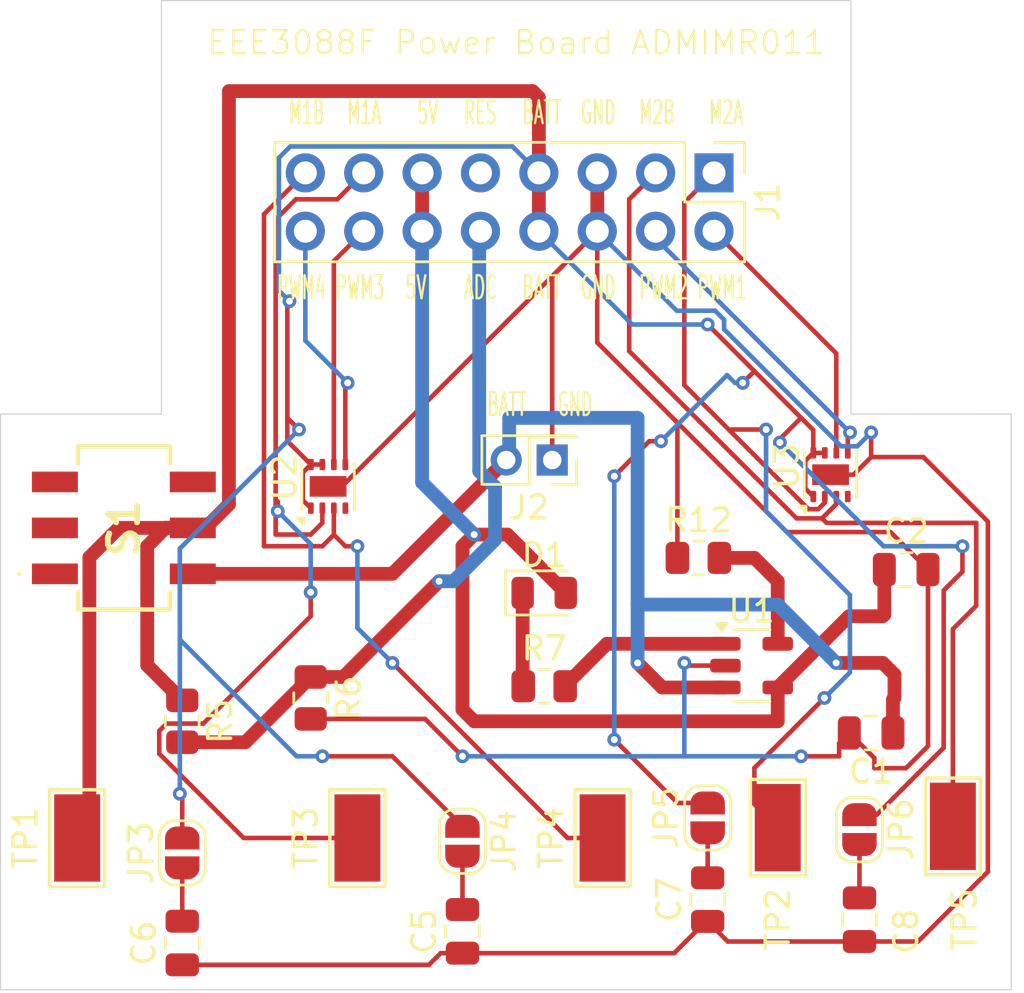
<source format=kicad_pcb>
(kicad_pcb (version 20240108) (generator "pcbnew") (generator_version "8.0")
  (layers (0 "F.Cu" signal) (31 "B.Cu" signal) (34 "B.Paste" user) (35 "F.Paste" user) (36 "B.SilkS" user "B.Silkscreen") (37 "F.SilkS" user "F.Silkscreen") (38 "B.Mask" user) (39 "F.Mask" user) (44 "Edge.Cuts" user))
  (net 0 "")
  (net 1 "BATT")
  (net 2 "Motor1_A")
  (net 3 "Motor1_B")
  (net 4 "Motor2_A")
  (net 5 "Motor2_B")
  (net 6 "+5V")
  (net 7 "GND")
  (net 8 "PWM1")
  (net 9 "RESV")
  (net 10 "BATT_ADC")
  (net 11 "PWM3")
  (net 12 "PWM2")
  (net 13 "PWM4")
  (net 14 "Net-(D1-K)")
  (net 15 "Net-(U1-STAT)")
  (net 16 "Net-(U1-PROG)")
  (net 21 "Net-(JP4-B)")
  (net 22 "Net-(JP3-A)")
  (net 23 "Net-(JP5-A)")
  (net 24 "Net-(JP6-B)")
  (net 25 "Charge")
  (footprint "KiCad:MS22D28G020" (layer "F.Cu") (at 118.364 46.954 90)
    (property "Reference" "S1" (at 0 0 270) (layer "F.SilkS") (effects (font (size 1.27 1.27) (thickness 0.254))))
    (property "Value" "MS-22D28-G020" (hide yes))
    (pad "" np_thru_hole circle (at -2.25 0 90) (size 0.9 0.9) (drill 0.9) (layers "*.Cu" "*.Mask"))
    (pad "" np_thru_hole circle (at 2.25 0 90) (size 0.9 0.9) (drill 0.9) (layers "*.Cu" "*.Mask"))
    (pad "1" smd rect (at -2 -3 90) (size 0.9 2) (layers "F.Cu" "F.Paste" "F.Mask"))
    (pad "2" smd rect (at 0 -3 90) (size 0.9 2) (layers "F.Cu" "F.Paste" "F.Mask"))
    (pad "3" smd rect (at 2 -3 90) (size 0.9 2) (layers "F.Cu" "F.Paste" "F.Mask"))
    (pad "4" smd rect (at -2 3 90) (size 0.9 2) (layers "F.Cu" "F.Paste" "F.Mask") (net 25 "Charge"))
    (pad "5" smd rect (at 0 3 90) (size 0.9 2) (layers "F.Cu" "F.Paste" "F.Mask") (net 1 "BATT"))
    (pad "6" smd rect (at 2 3 90) (size 0.9 2) (layers "F.Cu" "F.Paste" "F.Mask"))
  )
  (footprint "Jumper:SolderJumper-2_P1.3mm_Open_RoundedPad1.0x1.5mm" (layer "F.Cu") (at 143.764 59.578 90)
    (property "Reference" "JP5" (at 0 -1.8 270) (layer "F.SilkS"))
    (property "Value" "Jumper_2_Open")
    (pad "1" smd custom (at -0.65 0 90) (size 1 0.5) (layers "F.Cu" "F.Mask") (net 23 "Net-(JP5-A)") (options (clearance outline) (anchor rect)) (primitives (gr_circle (center 0 0.25) (end 0.5 0.25) (width 0) (fill yes)) (gr_circle (center 0 -0.25) (end 0.5 -0.25) (width 0) (fill yes)) (gr_poly (pts (xy 0.5 0.75) (xy 0 0.75) (xy 0 -0.75) (xy 0.5 -0.75)) (width 0) (fill yes))))
    (pad "2" smd custom (at 0.65 0 90) (size 1 0.5) (layers "F.Cu" "F.Mask") (net 1 "BATT") (options (clearance outline) (anchor rect)) (primitives (gr_circle (center 0 0.25) (end 0.5 0.25) (width 0) (fill yes)) (gr_circle (center 0 -0.25) (end 0.5 -0.25) (width 0) (fill yes)) (gr_poly (pts (xy 0 0.75) (xy -0.5 0.75) (xy -0.5 -0.75) (xy 0 -0.75)) (width 0) (fill yes))))
  )
  (footprint "Resistor_SMD:R_0805_2012Metric" (layer "F.Cu") (at 143.3595 48.26)
    (property "Reference" "R12" (at 0 -1.65 360) (layer "F.SilkS"))
    (property "Value" "2k")
    (pad "1" smd roundrect (at -0.9125 0) (size 1.025 1.4) (layers "F.Cu" "F.Paste" "F.Mask") (roundrect_rratio 0.243902) (net 7 "GND"))
    (pad "2" smd roundrect (at 0.9125 0) (size 1.025 1.4) (layers "F.Cu" "F.Paste" "F.Mask") (roundrect_rratio 0.243902) (net 16 "Net-(U1-PROG)"))
  )
  (footprint "Connector_PinHeader_2.00mm:PinHeader_2x01_P2.00mm_Vertical" (layer "F.Cu") (at 137 44 180)
    (property "Reference" "J2" (at 1 -2.06 180) (layer "F.SilkS"))
    (property "Value" "Conn_02x01")
    (pad "1" thru_hole rect (at 0 0 180) (size 1.35 1.35) (drill 0.8) (layers "*.Cu" "*.Mask") (net 7 "GND"))
    (pad "2" thru_hole oval (at 2 0 180) (size 1.35 1.35) (drill 0.8) (layers "*.Cu" "*.Mask") (net 25 "Charge"))
  )
  (footprint "Capacitor_SMD:C_0805_2012Metric" (layer "F.Cu") (at 143.764 63.134 90)
    (property "Reference" "C7" (at 0 -1.68 270) (layer "F.SilkS"))
    (property "Value" "0.1uF")
    (pad "1" smd roundrect (at -0.95 0 90) (size 1 1.45) (layers "F.Cu" "F.Paste" "F.Mask") (net 7 "GND"))
    (pad "2" smd roundrect (at 0.95 0 90) (size 1 1.45) (layers "F.Cu" "F.Paste" "F.Mask") (net 23 "Net-(JP5-A)"))
  )
  (footprint "TestPoint:TestPoint_Keystone_5019_Minature" (layer "F.Cu") (at 154.432 59.944 90)
    (property "Reference" "TP5" (at -4.064 0.508 270) (layer "F.SilkS"))
    (property "Value" "TestPoint")
    (pad "1" smd rect (at 0 0 90) (size 3.8 2) (layers "F.Cu" "F.Paste" "F.Mask") (net 5 "Motor2_B"))
  )
  (footprint "Connector_PinHeader_2.54mm:PinHeader_2x08_P2.54mm_Vertical" (layer "F.Cu") (at 144.04 31.5 -90)
    (property "Reference" "J1" (at 1.27 -2.33 90) (layer "F.SilkS"))
    (property "Value" "Conn_02x08_Even_Odd")
    (pad "1" thru_hole rect (at 0 0 270) (size 1.7 1.7) (drill 1) (layers "*.Cu" "*.Mask") (net 4 "Motor2_A"))
    (pad "2" thru_hole oval (at 2.54 0 270) (size 1.7 1.7) (drill 1) (layers "*.Cu" "*.Mask") (net 8 "PWM1"))
    (pad "3" thru_hole oval (at 0 2.54 270) (size 1.7 1.7) (drill 1) (layers "*.Cu" "*.Mask") (net 5 "Motor2_B"))
    (pad "4" thru_hole oval (at 2.54 2.54 270) (size 1.7 1.7) (drill 1) (layers "*.Cu" "*.Mask") (net 12 "PWM2"))
    (pad "5" thru_hole oval (at 0 5.08 270) (size 1.7 1.7) (drill 1) (layers "*.Cu" "*.Mask") (net 7 "GND"))
    (pad "6" thru_hole oval (at 2.54 5.08 270) (size 1.7 1.7) (drill 1) (layers "*.Cu" "*.Mask") (net 7 "GND"))
    (pad "7" thru_hole oval (at 0 7.62 270) (size 1.7 1.7) (drill 1) (layers "*.Cu" "*.Mask") (net 1 "BATT"))
    (pad "8" thru_hole oval (at 2.54 7.62 270) (size 1.7 1.7) (drill 1) (layers "*.Cu" "*.Mask") (net 1 "BATT"))
    (pad "9" thru_hole oval (at 0 10.16 270) (size 1.7 1.7) (drill 1) (layers "*.Cu" "*.Mask") (net 9 "RESV"))
    (pad "10" thru_hole oval (at 2.54 10.16 270) (size 1.7 1.7) (drill 1) (layers "*.Cu" "*.Mask") (net 10 "BATT_ADC"))
    (pad "11" thru_hole oval (at 0 12.7 270) (size 1.7 1.7) (drill 1) (layers "*.Cu" "*.Mask") (net 6 "+5V"))
    (pad "12" thru_hole oval (at 2.54 12.7 270) (size 1.7 1.7) (drill 1) (layers "*.Cu" "*.Mask") (net 6 "+5V"))
    (pad "13" thru_hole oval (at 0 15.24 270) (size 1.7 1.7) (drill 1) (layers "*.Cu" "*.Mask") (net 2 "Motor1_A"))
    (pad "14" thru_hole oval (at 2.54 15.24 270) (size 1.7 1.7) (drill 1) (layers "*.Cu" "*.Mask") (net 11 "PWM3"))
    (pad "15" thru_hole oval (at 0 17.78 270) (size 1.7 1.7) (drill 1) (layers "*.Cu" "*.Mask") (net 3 "Motor1_B"))
    (pad "16" thru_hole oval (at 2.54 17.78 270) (size 1.7 1.7) (drill 1) (layers "*.Cu" "*.Mask") (net 13 "PWM4"))
  )
  (footprint "Jumper:SolderJumper-2_P1.3mm_Open_RoundedPad1.0x1.5mm" (layer "F.Cu") (at 120.904 61.102 90)
    (property "Reference" "JP3" (at 0 -1.8 270) (layer "F.SilkS"))
    (property "Value" "Jumper_2_Open")
    (pad "1" smd custom (at -0.65 0 90) (size 1 0.5) (layers "F.Cu" "F.Mask") (net 22 "Net-(JP3-A)") (options (clearance outline) (anchor rect)) (primitives (gr_circle (center 0 0.25) (end 0.5 0.25) (width 0) (fill yes)) (gr_circle (center 0 -0.25) (end 0.5 -0.25) (width 0) (fill yes)) (gr_poly (pts (xy 0.5 0.75) (xy 0 0.75) (xy 0 -0.75) (xy 0.5 -0.75)) (width 0) (fill yes))))
    (pad "2" smd custom (at 0.65 0 90) (size 1 0.5) (layers "F.Cu" "F.Mask") (net 1 "BATT") (options (clearance outline) (anchor rect)) (primitives (gr_circle (center 0 0.25) (end 0.5 0.25) (width 0) (fill yes)) (gr_circle (center 0 -0.25) (end 0.5 -0.25) (width 0) (fill yes)) (gr_poly (pts (xy 0 0.75) (xy -0.5 0.75) (xy -0.5 -0.75) (xy 0 -0.75)) (width 0) (fill yes))))
  )
  (footprint "TestPoint:TestPoint_Keystone_5019_Minature" (layer "F.Cu") (at 128.524 60.452 90)
    (property "Reference" "TP3" (at 0 -2.25 270) (layer "F.SilkS"))
    (property "Value" "TestPoint")
    (pad "1" smd rect (at 0 0 90) (size 3.8 2) (layers "F.Cu" "F.Paste" "F.Mask") (net 2 "Motor1_A"))
  )
  (footprint "Resistor_SMD:R_0805_2012Metric" (layer "F.Cu") (at 120.904 55.372 -90)
    (property "Reference" "R5" (at 0 -1.65 -90) (layer "F.SilkS"))
    (property "Value" "10k")
    (pad "1" smd roundrect (at -0.9125 0 270) (size 1.025 1.4) (layers "F.Cu" "F.Paste" "F.Mask") (roundrect_rratio 0.243902) (net 1 "BATT"))
    (pad "2" smd roundrect (at 0.9125 0 270) (size 1.025 1.4) (layers "F.Cu" "F.Paste" "F.Mask") (roundrect_rratio 0.243902) (net 10 "BATT_ADC"))
  )
  (footprint "Resistor_SMD:R_0805_2012Metric" (layer "F.Cu") (at 126.492 54.356 -90)
    (property "Reference" "R6" (at 0 -1.65 -90) (layer "F.SilkS"))
    (property "Value" "10k")
    (pad "1" smd roundrect (at -0.9125 0 270) (size 1.025 1.4) (layers "F.Cu" "F.Paste" "F.Mask") (roundrect_rratio 0.243902) (net 10 "BATT_ADC"))
    (pad "2" smd roundrect (at 0.9125 0 270) (size 1.025 1.4) (layers "F.Cu" "F.Paste" "F.Mask") (roundrect_rratio 0.243902) (net 7 "GND"))
  )
  (footprint "Jumper:SolderJumper-2_P1.3mm_Open_RoundedPad1.0x1.5mm" (layer "F.Cu") (at 133.096 60.594 -90)
    (property "Reference" "JP4" (at 0 -1.8 90) (layer "F.SilkS"))
    (property "Value" "Jumper_2_Open")
    (pad "1" smd custom (at -0.65 0 270) (size 1 0.5) (layers "F.Cu" "F.Mask") (net 1 "BATT") (options (clearance outline) (anchor rect)) (primitives (gr_circle (center 0 0.25) (end 0.5 0.25) (width 0) (fill yes)) (gr_circle (center 0 -0.25) (end 0.5 -0.25) (width 0) (fill yes)) (gr_poly (pts (xy 0.5 0.75) (xy 0 0.75) (xy 0 -0.75) (xy 0.5 -0.75)) (width 0) (fill yes))))
    (pad "2" smd custom (at 0.65 0 270) (size 1 0.5) (layers "F.Cu" "F.Mask") (net 21 "Net-(JP4-B)") (options (clearance outline) (anchor rect)) (primitives (gr_circle (center 0 0.25) (end 0.5 0.25) (width 0) (fill yes)) (gr_circle (center 0 -0.25) (end 0.5 -0.25) (width 0) (fill yes)) (gr_poly (pts (xy 0 0.75) (xy -0.5 0.75) (xy -0.5 -0.75) (xy 0 -0.75)) (width 0) (fill yes))))
  )
  (footprint "Capacitor_SMD:C_0805_2012Metric" (layer "F.Cu") (at 120.904 65.024 90)
    (property "Reference" "C6" (at 0 -1.68 270) (layer "F.SilkS"))
    (property "Value" "0.1uF")
    (pad "1" smd roundrect (at -0.95 0 90) (size 1 1.45) (layers "F.Cu" "F.Paste" "F.Mask") (net 7 "GND"))
    (pad "2" smd roundrect (at 0.95 0 90) (size 1 1.45) (layers "F.Cu" "F.Paste" "F.Mask") (net 22 "Net-(JP3-A)"))
  )
  (footprint "Capacitor_SMD:C_0805_2012Metric" (layer "F.Cu") (at 152.4 48.768)
    (property "Reference" "C2" (at 0 -1.68 0) (layer "F.SilkS"))
    (property "Value" "4.7uF")
    (pad "1" smd roundrect (at -0.95 0) (size 1 1.45) (layers "F.Cu" "F.Paste" "F.Mask") (net 6 "+5V"))
    (pad "2" smd roundrect (at 0.95 0) (size 1 1.45) (layers "F.Cu" "F.Paste" "F.Mask") (net 7 "GND"))
  )
  (footprint "Capacitor_SMD:C_0805_2012Metric" (layer "F.Cu") (at 133.096 64.516 90)
    (property "Reference" "C5" (at 0 -1.68 270) (layer "F.SilkS"))
    (property "Value" "0.1uF")
    (pad "1" smd roundrect (at -0.95 0 90) (size 1 1.45) (layers "F.Cu" "F.Paste" "F.Mask") (net 7 "GND"))
    (pad "2" smd roundrect (at 0.95 0 90) (size 1 1.45) (layers "F.Cu" "F.Paste" "F.Mask") (net 21 "Net-(JP4-B)"))
  )
  (footprint "Capacitor_SMD:C_0805_2012Metric" (layer "F.Cu") (at 150.876 55.88 180)
    (property "Reference" "C1" (at 0 -1.68 180) (layer "F.SilkS"))
    (property "Value" "4.7uF")
    (pad "1" smd roundrect (at -0.95 0 180) (size 1 1.45) (layers "F.Cu" "F.Paste" "F.Mask") (net 25 "Charge"))
    (pad "2" smd roundrect (at 0.95 0 180) (size 1 1.45) (layers "F.Cu" "F.Paste" "F.Mask") (net 7 "GND"))
  )
  (footprint "Capacitor_SMD:C_0805_2012Metric" (layer "F.Cu") (at 150.368 64.008 90)
    (property "Reference" "C8" (at -0.508 2.032 270) (layer "F.SilkS"))
    (property "Value" "0.1uF")
    (pad "1" smd roundrect (at -0.95 0 90) (size 1 1.45) (layers "F.Cu" "F.Paste" "F.Mask") (net 7 "GND"))
    (pad "2" smd roundrect (at 0.95 0 90) (size 1 1.45) (layers "F.Cu" "F.Paste" "F.Mask") (net 24 "Net-(JP6-B)"))
  )
  (footprint "Package_SON:WSON-8-1EP_2x2mm_P0.5mm_EP0.9x1.6mm" (layer "F.Cu") (at 149.11 44.638 90)
    (property "Reference" "U3" (at 0.38 -1.9 270) (layer "F.SilkS"))
    (property "Value" "DRV8837")
    (pad "1" smd roundrect (at -0.95 -0.75 90) (size 0.5 0.25) (layers "F.Cu" "F.Paste" "F.Mask") (net 1 "BATT"))
    (pad "2" smd roundrect (at -0.95 -0.25 90) (size 0.5 0.25) (layers "F.Cu" "F.Paste" "F.Mask") (net 4 "Motor2_A"))
    (pad "3" smd roundrect (at -0.95 0.25 90) (size 0.5 0.25) (layers "F.Cu" "F.Paste" "F.Mask") (net 5 "Motor2_B"))
    (pad "4" smd roundrect (at -0.95 0.75 90) (size 0.5 0.25) (layers "F.Cu" "F.Paste" "F.Mask") (net 7 "GND"))
    (pad "5" smd roundrect (at 0.95 0.75 90) (size 0.5 0.25) (layers "F.Cu" "F.Paste" "F.Mask") (net 12 "PWM2"))
    (pad "6" smd roundrect (at 0.95 0.25 90) (size 0.5 0.25) (layers "F.Cu" "F.Paste" "F.Mask") (net 8 "PWM1"))
    (pad "7" smd roundrect (at 0.95 -0.25 90) (size 0.5 0.25) (layers "F.Cu" "F.Paste" "F.Mask") (net 1 "BATT"))
    (pad "8" smd roundrect (at 0.95 -0.75 90) (size 0.5 0.25) (layers "F.Cu" "F.Paste" "F.Mask") (net 1 "BATT"))
    (pad "9" smd rect (at 0 0 90) (size 0.9 1.6) (layers "F.Cu" "F.Mask") (net 7 "GND"))
  )
  (footprint "Resistor_SMD:R_0805_2012Metric" (layer "F.Cu") (at 136.652 53.848)
    (property "Reference" "R7" (at 0 -1.65 360) (layer "F.SilkS"))
    (property "Value" "470")
    (pad "1" smd roundrect (at -0.9125 0) (size 1.025 1.4) (layers "F.Cu" "F.Paste" "F.Mask") (roundrect_rratio 0.243902) (net 14 "Net-(D1-K)"))
    (pad "2" smd roundrect (at 0.9125 0) (size 1.025 1.4) (layers "F.Cu" "F.Paste" "F.Mask") (roundrect_rratio 0.243902) (net 15 "Net-(U1-STAT)"))
  )
  (footprint "LED_SMD:LED_0805_2012Metric" (layer "F.Cu") (at 136.652 49.784)
    (property "Reference" "D1" (at 0 -1.65 360) (layer "F.SilkS"))
    (property "Value" "LED")
    (pad "1" smd roundrect (at -0.9375 0) (size 0.975 1.4) (layers "F.Cu" "F.Paste" "F.Mask") (net 14 "Net-(D1-K)"))
    (pad "2" smd roundrect (at 0.9375 0) (size 0.975 1.4) (layers "F.Cu" "F.Paste" "F.Mask") (net 6 "+5V"))
  )
  (footprint "TestPoint:TestPoint_Keystone_5019_Minature" (layer "F.Cu") (at 116.332 60.452 90)
    (property "Reference" "TP1" (at 0 -2.25 270) (layer "F.SilkS"))
    (property "Value" "TestPoint")
    (pad "1" smd rect (at 0 0 90) (size 3.8 2) (layers "F.Cu" "F.Paste" "F.Mask") (net 25 "Charge"))
  )
  (footprint "Package_TO_SOT_SMD:SOT-23-5" (layer "F.Cu") (at 145.6745 52.95)
    (property "Reference" "U1" (at 0 -2.4 0) (layer "F.SilkS"))
    (property "Value" "MCP73831-2-OT")
    (pad "1" smd roundrect (at -1.1375 -0.95) (size 1.325 0.6) (layers "F.Cu" "F.Paste" "F.Mask") (net 15 "Net-(U1-STAT)"))
    (pad "2" smd roundrect (at -1.1375 0) (size 1.325 0.6) (layers "F.Cu" "F.Paste" "F.Mask") (net 7 "GND"))
    (pad "3" smd roundrect (at -1.1375 0.95) (size 1.325 0.6) (layers "F.Cu" "F.Paste" "F.Mask") (net 25 "Charge"))
    (pad "4" smd roundrect (at 1.1375 0.95) (size 1.325 0.6) (layers "F.Cu" "F.Paste" "F.Mask") (net 6 "+5V"))
    (pad "5" smd roundrect (at 1.1375 -0.95) (size 1.325 0.6) (layers "F.Cu" "F.Paste" "F.Mask") (net 16 "Net-(U1-PROG)"))
  )
  (footprint "Jumper:SolderJumper-2_P1.3mm_Open_RoundedPad1.0x1.5mm" (layer "F.Cu") (at 150.368 60.086 -90)
    (property "Reference" "JP6" (at 0 -1.8 90) (layer "F.SilkS"))
    (property "Value" "Jumper_2_Open")
    (pad "1" smd custom (at -0.65 0 270) (size 1 0.5) (layers "F.Cu" "F.Mask") (net 1 "BATT") (options (clearance outline) (anchor rect)) (primitives (gr_circle (center 0 0.25) (end 0.5 0.25) (width 0) (fill yes)) (gr_circle (center 0 -0.25) (end 0.5 -0.25) (width 0) (fill yes)) (gr_poly (pts (xy 0.5 0.75) (xy 0 0.75) (xy 0 -0.75) (xy 0.5 -0.75)) (width 0) (fill yes))))
    (pad "2" smd custom (at 0.65 0 270) (size 1 0.5) (layers "F.Cu" "F.Mask") (net 24 "Net-(JP6-B)") (options (clearance outline) (anchor rect)) (primitives (gr_circle (center 0 0.25) (end 0.5 0.25) (width 0) (fill yes)) (gr_circle (center 0 -0.25) (end 0.5 -0.25) (width 0) (fill yes)) (gr_poly (pts (xy 0 0.75) (xy -0.5 0.75) (xy -0.5 -0.75) (xy 0 -0.75)) (width 0) (fill yes))))
  )
  (footprint "Package_SON:WSON-8-1EP_2x2mm_P0.5mm_EP0.9x1.6mm" (layer "F.Cu") (at 127.25 45.146 90)
    (property "Reference" "U2" (at 0.38 -1.9 270) (layer "F.SilkS"))
    (property "Value" "DRV8837")
    (pad "1" smd roundrect (at -0.95 -0.75 90) (size 0.5 0.25) (layers "F.Cu" "F.Paste" "F.Mask") (net 1 "BATT"))
    (pad "2" smd roundrect (at -0.95 -0.25 90) (size 0.5 0.25) (layers "F.Cu" "F.Paste" "F.Mask") (net 2 "Motor1_A"))
    (pad "3" smd roundrect (at -0.95 0.25 90) (size 0.5 0.25) (layers "F.Cu" "F.Paste" "F.Mask") (net 3 "Motor1_B"))
    (pad "4" smd roundrect (at -0.95 0.75 90) (size 0.5 0.25) (layers "F.Cu" "F.Paste" "F.Mask") (net 7 "GND"))
    (pad "5" smd roundrect (at 0.95 0.75 90) (size 0.5 0.25) (layers "F.Cu" "F.Paste" "F.Mask") (net 13 "PWM4"))
    (pad "6" smd roundrect (at 0.95 0.25 90) (size 0.5 0.25) (layers "F.Cu" "F.Paste" "F.Mask") (net 11 "PWM3"))
    (pad "7" smd roundrect (at 0.95 -0.25 90) (size 0.5 0.25) (layers "F.Cu" "F.Paste" "F.Mask") (net 1 "BATT"))
    (pad "8" smd roundrect (at 0.95 -0.75 90) (size 0.5 0.25) (layers "F.Cu" "F.Paste" "F.Mask") (net 1 "BATT"))
    (pad "9" smd rect (at 0 0 90) (size 0.9 1.6) (layers "F.Cu" "F.Mask") (net 7 "GND"))
  )
  (footprint "TestPoint:TestPoint_Keystone_5019_Minature" (layer "F.Cu") (at 139.192 60.452 90)
    (property "Reference" "TP4" (at 0 -2.25 270) (layer "F.SilkS"))
    (property "Value" "TestPoint")
    (pad "1" smd rect (at 0 0 90) (size 3.8 2) (layers "F.Cu" "F.Paste" "F.Mask") (net 3 "Motor1_B"))
  )
  (footprint "TestPoint:TestPoint_Keystone_5019_Minature" (layer "F.Cu") (at 146.812 60 90)
    (property "Reference" "TP2" (at -4.008 0 270) (layer "F.SilkS"))
    (property "Value" "TestPoint")
    (pad "1" smd rect (at 0 0 90) (size 3.8 2) (layers "F.Cu" "F.Paste" "F.Mask") (net 4 "Motor2_A"))
  )
  (gr_line (start 120 42) (end 120 24) (stroke (width 0.05)) (layer "Edge.Cuts"))
  (gr_line (start 120 24) (end 150 24) (stroke (width 0.05)) (layer "Edge.Cuts"))
  (gr_line (start 156.972 42.336) (end 156.972 41.996) (stroke (width 0.05)) (layer "Edge.Cuts"))
  (gr_line (start 120 42) (end 113 42) (stroke (width 0.05)) (layer "Edge.Cuts"))
  (gr_line (start 150 24) (end 150 42) (stroke (width 0.05)) (layer "Edge.Cuts"))
  (gr_line (start 113 42) (end 113 67.056) (stroke (width 0.05)) (layer "Edge.Cuts"))
  (gr_line (start 156.972 41.996) (end 150 42) (stroke (width 0.05)) (layer "Edge.Cuts"))
  (gr_line (start 156.972 42.336) (end 156.972 67.056) (stroke (width 0.05)) (layer "Edge.Cuts"))
  (gr_line (start 113 67.056) (end 156.972 67.056) (stroke (width 0.05)) (layer "Edge.Cuts"))
  (gr_text "M2A\n" (at 143.764 29.464 0) (layer "F.SilkS") (effects (font (size 1 0.5) (thickness 0.1)) (justify left bottom)))
  (gr_text "M2B\n" (at 140.716 29.464 0) (layer "F.SilkS") (effects (font (size 1 0.5) (thickness 0.1)) (justify left bottom)))
  (gr_text "PWM2" (at 140.716 37.084 0) (layer "F.SilkS") (effects (font (size 1 0.5) (thickness 0.1)) (justify left bottom)))
  (gr_text "BATT\n" (at 135.636 29.464 0) (layer "F.SilkS") (effects (font (size 1 0.5) (thickness 0.1)) (justify left bottom)))
  (gr_text "BATT\n" (at 135.636 37.084 0) (layer "F.SilkS") (effects (font (size 1 0.5) (thickness 0.1)) (justify left bottom)))
  (gr_text "PWM4" (at 124.968 37.084 0) (layer "F.SilkS") (effects (font (size 1 0.5) (thickness 0.1)) (justify left bottom)))
  (gr_text "PWM1" (at 143.256 37.084 0) (layer "F.SilkS") (effects (font (size 1 0.5) (thickness 0.1)) (justify left bottom)))
  (gr_text "ADC" (at 133.096 37.084 0) (layer "F.SilkS") (effects (font (size 1 0.5) (thickness 0.1)) (justify left bottom)))
  (gr_text "5V\n" (at 130.556 37.084 0) (layer "F.SilkS") (effects (font (size 1 0.5) (thickness 0.1)) (justify left bottom)))
  (gr_text "GND\n" (at 138.176 37.084 0) (layer "F.SilkS") (effects (font (size 1 0.5) (thickness 0.1)) (justify left bottom)))
  (gr_text "PWM3" (at 127.508 37.084 0) (layer "F.SilkS") (effects (font (size 1 0.5) (thickness 0.1)) (justify left bottom)))
  (gr_text "M1A" (at 128.016 29.464 0) (layer "F.SilkS") (effects (font (size 1 0.5) (thickness 0.1)) (justify left bottom)))
  (gr_text "5V\n" (at 131.064 29.464 0) (layer "F.SilkS") (effects (font (size 1 0.5) (thickness 0.1)) (justify left bottom)))
  (gr_text "BATT\n" (at 134.112 42.164 0) (layer "F.SilkS") (effects (font (size 1 0.5) (thickness 0.1)) (justify left bottom)))
  (gr_text "GND\n" (at 138.176 29.464 0) (layer "F.SilkS") (effects (font (size 1 0.5) (thickness 0.1)) (justify left bottom)))
  (gr_text "EEE3088F Power Board ADMIMR011\n" (at 121.92 26.416 0) (layer "F.SilkS") (effects (font (size 1 1) (thickness 0.1)) (justify left bottom)))
  (gr_text "RES\n" (at 133.096 29.464 0) (layer "F.SilkS") (effects (font (size 1 0.5) (thickness 0.1)) (justify left bottom)))
  (gr_text "M1B" (at 125.476 29.464 0) (layer "F.SilkS") (effects (font (size 1 0.5) (thickness 0.1)) (justify left bottom)))
  (gr_text "GND\n" (at 137.16 42.164 0) (layer "F.SilkS") (effects (font (size 1 0.5) (thickness 0.1)) (justify left bottom)))
  (segment (start 136.42 34.04) (end 136.42 31.5) (width 0.6) (layer "F.Cu") (net 1))
  (segment (start 145.796 40.132) (end 143.764 38.1) (width 0.2) (layer "F.Cu") (net 1))
  (segment (start 120.904 58.630274) (end 120.798863 58.525137) (width 0.2) (layer "F.Cu") (net 1))
  (segment (start 118.146 46.954) (end 121.364 46.954) (width 0.6) (layer "F.Cu") (net 1))
  (segment (start 148.01 44.038) (end 148.36 43.688) (width 0.2) (layer "F.Cu") (net 1))
  (segment (start 154.032 56.527) (end 154.032 49.676) (width 0.2) (layer "F.Cu") (net 1))
  (segment (start 120.904 60.452) (end 120.904 58.630274) (width 0.2) (layer "F.Cu") (net 1))
  (segment (start 116.332 60.452) (end 116.864 59.92) (width 0.6) (layer "F.Cu") (net 1))
  (segment (start 126.15 44.546) (end 126.5 44.196) (width 0.2) (layer "F.Cu") (net 1))
  (segment (start 147.828 42.164) (end 145.796 40.132) (width 0.2) (layer "F.Cu") (net 1))
  (segment (start 120.178 46.954) (end 121.364 46.954) (width 0.6) (layer "F.Cu") (net 1))
  (segment (start 136.42 28.216) (end 136.42 31.5) (width 0.6) (layer "F.Cu") (net 1))
  (segment (start 148.36 42.696) (end 148.336 42.672) (width 0.2) (layer "F.Cu") (net 1))
  (segment (start 116.864 48.236) (end 118.146 46.954) (width 0.6) (layer "F.Cu") (net 1))
  (segment (start 116.864 59.92) (end 116.864 48.236) (width 0.6) (layer "F.Cu") (net 1))
  (segment (start 146.904 43.088) (end 147.828 42.164) (width 0.2) (layer "F.Cu") (net 1))
  (segment (start 145.288 40.64) (end 145.796 40.132) (width 0.2) (layer "F.Cu") (net 1))
  (segment (start 148.336 42.672) (end 147.828 42.164) (width 0.2) (layer "F.Cu") (net 1))
  (segment (start 142.456 58.928) (end 139.7 56.172) (width 0.2) (layer "F.Cu") (net 1))
  (segment (start 143.764 58.928) (end 142.456 58.928) (width 0.2) (layer "F.Cu") (net 1))
  (segment (start 125.984 42.672) (end 125.476 42.164) (width 0.2) (layer "F.Cu") (net 1))
  (segment (start 119.38 47.752) (end 120.178 46.954) (width 0.6) (layer "F.Cu") (net 1))
  (segment (start 122.936 27.94) (end 136.144 27.94) (width 0.6) (layer "F.Cu") (net 1))
  (segment (start 121.364 46.954) (end 121.914 46.954) (width 0.6) (layer "F.Cu") (net 1))
  (segment (start 154.848 48.86) (end 154.848 47.752) (width 0.2) (layer "F.Cu") (net 1))
  (segment (start 154.032 49.676) (end 154.848 48.86) (width 0.2) (layer "F.Cu") (net 1))
  (segment (start 148.01 45.238) (end 148.01 44.038) (width 0.2) (layer "F.Cu") (net 1))
  (segment (start 125.476 42.164) (end 125.476 37.176) (width 0.2) (layer "F.Cu") (net 1))
  (segment (start 136.456 34.04) (end 136.42 34.04) (width 0.2) (layer "F.Cu") (net 1))
  (segment (start 125.476 43.18) (end 125.476 42.164) (width 0.2) (layer "F.Cu") (net 1))
  (segment (start 121.914 46.954) (end 122.936 45.932) (width 0.6) (layer "F.Cu") (net 1))
  (segment (start 130.048 56.896) (end 127 56.896) (width 0.2) (layer "F.Cu") (net 1))
  (segment (start 125.476 37.176) (end 125.568 37.084) (width 0.2) (layer "F.Cu") (net 1))
  (segment (start 148.36 45.588) (end 148.01 45.238) (width 0.2) (layer "F.Cu") (net 1))
  (segment (start 122.936 45.932) (end 122.936 27.94) (width 0.6) (layer "F.Cu") (net 1))
  (segment (start 125.484 43.18) (end 125.476 43.18) (width 0.2) (layer "F.Cu") (net 1))
  (segment (start 150.368 59.436) (end 151.123 59.436) (width 0.2) (layer "F.Cu") (net 1))
  (segment (start 126.5 46.096) (end 126.15 45.746) (width 0.2) (layer "F.Cu") (net 1))
  (segment (start 119.38 52.9355) (end 119.38 47.752) (width 0.6) (layer "F.Cu") (net 1))
  (segment (start 151.123 59.436) (end 154.032 56.527) (width 0.2) (layer "F.Cu") (net 1))
  (segment (start 127 44.196) (end 126.5 44.196) (width 0.2) (layer "F.Cu") (net 1))
  (segment (start 120.904 54.4595) (end 119.38 52.9355) (width 0.6) (layer "F.Cu") (net 1))
  (segment (start 139.7 44.704) (end 141.224 43.18) (width 0.2) (layer "F.Cu") (net 1))
  (segment (start 148.86 43.688) (end 148.36 43.688) (width 0.2) (layer "F.Cu") (net 1))
  (segment (start 126.15 45.746) (end 126.15 44.546) (width 0.2) (layer "F.Cu") (net 1))
  (segment (start 148.36 43.688) (end 148.36 42.696) (width 0.2) (layer "F.Cu") (net 1))
  (segment (start 126.5 44.196) (end 125.484 43.18) (width 0.2) (layer "F.Cu") (net 1))
  (segment (start 136.144 27.94) (end 136.42 28.216) (width 0.6) (layer "F.Cu") (net 1))
  (segment (start 146.904 43.237687) (end 146.904 43.088) (width 0.2) (layer "F.Cu") (net 1))
  (segment (start 141.224 43.18) (end 141.732 43.18) (width 0.2) (layer "F.Cu") (net 1))
  (segment (start 133.096 59.944) (end 130.048 56.896) (width 0.2) (layer "F.Cu") (net 1))
  (via (at 154.848 47.752) (size 0.6) (drill 0.3) (layers "F.Cu" "B.Cu") (net 1))
  (via (at 120.798863 58.525137) (size 0.6) (drill 0.3) (layers "F.Cu" "B.Cu") (net 1))
  (via (at 141.732 43.18) (size 0.6) (drill 0.3) (layers "F.Cu" "B.Cu") (net 1))
  (via (at 127 56.896) (size 0.6) (drill 0.3) (layers "F.Cu" "B.Cu") (net 1))
  (via (at 145.288 40.64) (size 0.6) (drill 0.3) (layers "F.Cu" "B.Cu") (net 1))
  (via (at 139.7 56.172) (size 0.6) (drill 0.3) (layers "F.Cu" "B.Cu") (net 1))
  (via (at 143.764 38.1) (size 0.6) (drill 0.3) (layers "F.Cu" "B.Cu") (net 1))
  (via (at 146.904 43.237687) (size 0.6) (drill 0.3) (layers "F.Cu" "B.Cu") (net 1))
  (via (at 125.568 37.084) (size 0.6) (drill 0.3) (layers "F.Cu" "B.Cu") (net 1))
  (via (at 139.7 44.704) (size 0.6) (drill 0.3) (layers "F.Cu" "B.Cu") (net 1))
  (via (at 125.984 42.672) (size 0.6) (drill 0.3) (layers "F.Cu" "B.Cu") (net 1))
  (segment (start 144.609735 40.302265) (end 144.94747 40.64) (width 0.2) (layer "B.Cu") (net 1))
  (segment (start 141.732 43.18) (end 144.609735 40.302265) (width 0.2) (layer "B.Cu") (net 1))
  (segment (start 125.11 36.626) (end 125.11 30.846) (width 0.2) (layer "B.Cu") (net 1))
  (segment (start 125.568 37.084) (end 125.11 36.626) (width 0.2) (layer "B.Cu") (net 1))
  (segment (start 125.606 30.35) (end 135.27 30.35) (width 0.2) (layer "B.Cu") (net 1))
  (segment (start 120.798863 47.857137) (end 125.984 42.672) (width 0.2) (layer "B.Cu") (net 1))
  (segment (start 144.94747 40.64) (end 145.288 40.64) (width 0.2) (layer "B.Cu") (net 1))
  (segment (start 135.27 30.35) (end 136.42 31.5) (width 0.2) (layer "B.Cu") (net 1))
  (segment (start 125.11 30.846) (end 125.606 30.35) (width 0.2) (layer "B.Cu") (net 1))
  (segment (start 120.798863 58.525137) (end 120.798863 51.816) (width 0.2) (layer "B.Cu") (net 1))
  (segment (start 139.7 56.172) (end 139.7 44.704) (width 0.2) (layer "B.Cu") (net 1))
  (segment (start 140.48 38.1) (end 136.42 34.04) (width 0.2) (layer "B.Cu") (net 1))
  (segment (start 154.848 47.752) (end 151.418313 47.752) (width 0.2) (layer "B.Cu") (net 1))
  (segment (start 125.878863 56.896) (end 120.798863 51.816) (width 0.2) (layer "B.Cu") (net 1))
  (segment (start 120.798863 51.816) (end 120.798863 47.857137) (width 0.2) (layer "B.Cu") (net 1))
  (segment (start 143.764 38.1) (end 140.48 38.1) (width 0.2) (layer "B.Cu") (net 1))
  (segment (start 127 56.896) (end 125.878863 56.896) (width 0.2) (layer "B.Cu") (net 1))
  (segment (start 151.418313 47.752) (end 146.904 43.237687) (width 0.2) (layer "B.Cu") (net 1))
  (segment (start 123.574256 60.452) (end 119.904 56.781744) (width 0.2) (layer "F.Cu") (net 2))
  (segment (start 128.524 60.452) (end 123.574256 60.452) (width 0.2) (layer "F.Cu") (net 2))
  (segment (start 119.904 56.781744) (end 119.904 55.787256) (width 0.2) (layer "F.Cu") (net 2))
  (segment (start 126.492 47.244) (end 124.968 47.244) (width 0.2) (layer "F.Cu") (net 2))
  (segment (start 126.492 50.8) (end 126.492 49.754) (width 0.2) (layer "F.Cu") (net 2))
  (segment (start 121.82 55.472) (end 126.492 50.8) (width 0.2) (layer "F.Cu") (net 2))
  (segment (start 120.219256 55.472) (end 121.82 55.472) (width 0.2) (layer "F.Cu") (net 2))
  (segment (start 127 46.096) (end 127 46.736) (width 0.2) (layer "F.Cu") (net 2))
  (segment (start 125.06 45.812) (end 124.968 45.72) (width 0.2) (layer "F.Cu") (net 2))
  (segment (start 119.904 55.787256) (end 120.219256 55.472) (width 0.2) (layer "F.Cu") (net 2))
  (segment (start 124.968 46.228) (end 124.968 45.72) (width 0.2) (layer "F.Cu") (net 2))
  (segment (start 124.968 45.72) (end 124.968 33.528) (width 0.2) (layer "F.Cu") (net 2))
  (segment (start 125.06 46.228) (end 124.968 46.228) (width 0.2) (layer "F.Cu") (net 2))
  (segment (start 127.65 32.65) (end 128.8 31.5) (width 0.2) (layer "F.Cu") (net 2))
  (segment (start 124.968 47.244) (end 124.968 46.228) (width 0.2) (layer "F.Cu") (net 2))
  (segment (start 124.968 33.528) (end 125.846 32.65) (width 0.2) (layer "F.Cu") (net 2))
  (segment (start 125.06 46.228) (end 125.06 45.812) (width 0.2) (layer "F.Cu") (net 2))
  (segment (start 125.846 32.65) (end 127.65 32.65) (width 0.2) (layer "F.Cu") (net 2))
  (segment (start 127 46.736) (end 126.492 47.244) (width 0.2) (layer "F.Cu") (net 2))
  (via (at 126.492 49.754) (size 0.6) (drill 0.3) (layers "F.Cu" "B.Cu") (net 2))
  (via (at 125.06 46.228) (size 0.6) (drill 0.3) (layers "F.Cu" "B.Cu") (net 2))
  (segment (start 126.492 47.66) (end 125.06 46.228) (width 0.2) (layer "B.Cu") (net 2))
  (segment (start 126.492 49.754) (end 126.492 47.66) (width 0.2) (layer "B.Cu") (net 2))
  (segment (start 124.46 47.752) (end 124.46 33.3) (width 0.2) (layer "F.Cu") (net 3))
  (segment (start 139.192 60.452) (end 137.668 60.452) (width 0.2) (layer "F.Cu") (net 3))
  (segment (start 127 47.752) (end 124.46 47.752) (width 0.2) (layer "F.Cu") (net 3))
  (segment (start 128.524 47.752) (end 128 47.752) (width 0.2) (layer "F.Cu") (net 3))
  (segment (start 127.5 47.252) (end 127 47.752) (width 0.2) (layer "F.Cu") (net 3))
  (segment (start 124.46 33.3) (end 126.26 31.5) (width 0.2) (layer "F.Cu") (net 3))
  (segment (start 127.5 46.096) (end 127.5 47.252) (width 0.2) (layer "F.Cu") (net 3))
  (segment (start 137.668 60.452) (end 130.048 52.832) (width 0.2) (layer "F.Cu") (net 3))
  (segment (start 128 47.752) (end 127.5 47.252) (width 0.2) (layer "F.Cu") (net 3))
  (via (at 128.524 47.752) (size 0.6) (drill 0.3) (layers "F.Cu" "B.Cu") (net 3))
  (via (at 130.048 52.832) (size 0.6) (drill 0.3) (layers "F.Cu" "B.Cu") (net 3))
  (segment (start 128.524 51.308) (end 128.524 47.752) (width 0.2) (layer "B.Cu") (net 3))
  (segment (start 130.048 52.832) (end 128.524 51.308) (width 0.2) (layer "B.Cu") (net 3))
  (segment (start 125.76 31) (end 126.26 31.5) (width 0.2) (layer "B.Cu") (net 3))
  (segment (start 146.304 42.672) (end 144.78 42.672) (width 0.2) (layer "F.Cu") (net 4))
  (segment (start 145.796 57.404) (end 145.796 58.984) (width 0.2) (layer "F.Cu") (net 4))
  (segment (start 148.86 45.588) (end 148.86 45.852386) (width 0.2) (layer "F.Cu") (net 4))
  (segment (start 145.796 57.404) (end 148.844 54.356) (width 0.2) (layer "F.Cu") (net 4))
  (segment (start 148.574386 46.138) (end 148.145614 46.138) (width 0.2) (layer "F.Cu") (net 4))
  (segment (start 142.748 40.740386) (end 142.748 32.792) (width 0.2) (layer "F.Cu") (net 4))
  (segment (start 144.78 42.672) (end 144.729807 42.722193) (width 0.2) (layer "F.Cu") (net 4))
  (segment (start 142.748 32.792) (end 144.04 31.5) (width 0.2) (layer "F.Cu") (net 4))
  (segment (start 148.145614 46.138) (end 144.729807 42.722193) (width 0.2) (layer "F.Cu") (net 4))
  (segment (start 145.796 58.984) (end 146.812 60) (width 0.2) (layer "F.Cu") (net 4))
  (segment (start 148.86 45.852386) (end 148.574386 46.138) (width 0.2) (layer "F.Cu") (net 4))
  (segment (start 144.729807 42.722193) (end 142.748 40.740386) (width 0.2) (layer "F.Cu") (net 4))
  (via (at 146.304 42.672) (size 0.6) (drill 0.3) (layers "F.Cu" "B.Cu") (net 4))
  (via (at 148.844 54.356) (size 0.6) (drill 0.3) (layers "F.Cu" "B.Cu") (net 4))
  (segment (start 149.952 49.876) (end 146.304 46.228) (width 0.2) (layer "B.Cu") (net 4))
  (segment (start 146.304 46.228) (end 146.304 45.72) (width 0.2) (layer "B.Cu") (net 4))
  (segment (start 148.844 54.356) (end 149.952 53.248) (width 0.2) (layer "B.Cu") (net 4))
  (segment (start 149.952 53.248) (end 149.952 49.876) (width 0.2) (layer "B.Cu") (net 4))
  (segment (start 146.304 45.72) (end 146.304 42.672) (width 0.2) (layer "B.Cu") (net 4))
  (segment (start 147.63 46.538) (end 140.35 39.258) (width 0.2) (layer "F.Cu") (net 5))
  (segment (start 140.35 32.65) (end 141.5 31.5) (width 0.2) (layer "F.Cu") (net 5))
  (segment (start 140.35 39.258) (end 140.35 32.65) (width 0.2) (layer "F.Cu") (net 5))
  (segment (start 149.36 45.588) (end 149.36 45.918072) (width 0.2) (layer "F.Cu") (net 5))
  (segment (start 148.740071 46.538) (end 147.63 46.538) (width 0.2) (layer "F.Cu") (net 5))
  (segment (start 155.448 46.736) (end 148.938071 46.736) (width 0.2) (layer "F.Cu") (net 5))
  (segment (start 149.36 45.918072) (end 148.740071 46.538) (width 0.2) (layer "F.Cu") (net 5))
  (segment (start 155.448 50.343744) (end 155.448 46.736) (width 0.2) (layer "F.Cu") (net 5))
  (segment (start 154.432 51.359744) (end 155.448 50.343744) (width 0.2) (layer "F.Cu") (net 5))
  (segment (start 154.432 59.944) (end 154.432 51.359744) (width 0.2) (layer "F.Cu") (net 5))
  (segment (start 148.938071 46.736) (end 148.740071 46.538) (width 0.2) (layer "F.Cu") (net 5))
  (segment (start 151.384 50.8) (end 151.45 50.734) (width 0.6) (layer "F.Cu") (net 6))
  (segment (start 151.45 50.734) (end 151.45 48.768) (width 0.6) (layer "F.Cu") (net 6))
  (segment (start 146.812 55.372) (end 133.604 55.372) (width 0.6) (layer "F.Cu") (net 6))
  (segment (start 151.384 50.8) (end 149.912 50.8) (width 0.6) (layer "F.Cu") (net 6))
  (segment (start 133.096 54.864) (end 133.096 47.752) (width 0.6) (layer "F.Cu") (net 6))
  (segment (start 135.0495 47.244) (end 133.604 47.244) (width 0.6) (layer "F.Cu") (net 6))
  (segment (start 137.5895 49.784) (end 135.0495 47.244) (width 0.6) (layer "F.Cu") (net 6))
  (segment (start 149.912 50.8) (end 146.812 53.9) (width 0.6) (layer "F.Cu") (net 6))
  (segment (start 131.34 34.04) (end 131.34 31.5) (width 0.6) (layer "F.Cu") (net 6))
  (segment (start 146.812 53.9) (end 146.812 55.372) (width 0.6) (layer "F.Cu") (net 6))
  (segment (start 133.096 47.752) (end 133.604 47.244) (width 0.6) (layer "F.Cu") (net 6))
  (segment (start 133.604 55.372) (end 133.096 54.864) (width 0.6) (layer "F.Cu") (net 6))
  (via (at 133.604 47.244) (size 0.6) (drill 0.3) (layers "F.Cu" "B.Cu") (net 6))
  (segment (start 133.604 47.244) (end 131.34 44.98) (width 0.6) (layer "B.Cu") (net 6))
  (segment (start 131.572 34.272) (end 131.34 34.04) (width 0.6) (layer "B.Cu") (net 6))
  (segment (start 131.34 44.98) (end 131.34 34.04) (width 0.6) (layer "B.Cu") (net 6))
  (segment (start 151.718 47.136) (end 147.212 47.136) (width 0.2) (layer "F.Cu") (net 7))
  (segment (start 127.854 45.146) (end 138.96 34.04) (width 0.2) (layer "F.Cu") (net 7))
  (segment (start 147.828 56.896) (end 149.484 56.896) (width 0.2) (layer "F.Cu") (net 7))
  (segment (start 133.096 65.466) (end 132.146 65.466) (width 0.2) (layer "F.Cu") (net 7))
  (segment (start 144.638 64.958) (end 143.764 64.084) (width 0.2) (layer "F.Cu") (net 7))
  (segment (start 143.764 64.084) (end 143.688 64.084) (width 0.2) (layer "F.Cu") (net 7))
  (segment (start 155.956 61.92) (end 155.956 46.678315) (width 0.2) (layer "F.Cu") (net 7))
  (segment (start 152.391 57.413) (end 153.35 56.454) (width 0.2) (layer "F.Cu") (net 7))
  (segment (start 149.926 55.88) (end 151.017 56.971) (width 0.2) (layer "F.Cu") (net 7))
  (segment (start 142.24 42.164) (end 138.96 38.884) (width 0.2) (layer "F.Cu") (net 7))
  (segment (start 126.492 55.2685) (end 131.4685 55.2685) (width 0.2) (layer "F.Cu") (net 7))
  (segment (start 137 36) (end 138.96 34.04) (width 0.2) (layer "F.Cu") (net 7))
  (segment (start 138.96 34.04) (end 138.96 31.5) (width 0.6) (layer "F.Cu") (net 7))
  (segment (start 153.35 48.768) (end 151.718 47.136) (width 0.2) (layer "F.Cu") (net 7))
  (segment (start 139 34.08) (end 138.96 34.04) (width 0.2) (layer "F.Cu") (net 7))
  (segment (start 142.866 52.95) (end 142.748 52.832) (width 0.2) (layer "F.Cu") (net 7))
  (segment (start 142.306 65.466) (end 133.096 65.466) (width 0.2) (layer "F.Cu") (net 7))
  (segment (start 137 44) (end 137 36) (width 0.2) (layer "F.Cu") (net 7))
  (segment (start 131.4685 55.2685) (end 133.096 56.896) (width 0.2) (layer "F.Cu") (net 7))
  (segment (start 151.017 57.413) (end 152.391 57.413) (width 0.2) (layer "F.Cu") (net 7))
  (segment (start 150.876 43.872) (end 150.876 42.8) (width 0.2) (layer "F.Cu") (net 7))
  (segment (start 138.96 38.884) (end 138.96 34.04) (width 0.2) (layer "F.Cu") (net 7))
  (segment (start 132.146 65.466) (end 131.638 65.974) (width 0.2) (layer "F.Cu") (net 7))
  (segment (start 127.25 45.146) (end 127.854 45.146) (width 0.2) (layer "F.Cu") (net 7))
  (segment (start 152.918 64.958) (end 155.956 61.92) (width 0.2) (layer "F.Cu") (net 7))
  (segment (start 150.368 64.958) (end 144.638 64.958) (width 0.2) (layer "F.Cu") (net 7))
  (segment (start 149.484 56.896) (end 149.484 56.322) (width 0.2) (layer "F.Cu") (net 7))
  (segment (start 131.638 65.974) (end 120.904 65.974) (width 0.2) (layer "F.Cu") (net 7))
  (segment (start 153.35 56.454) (end 153.35 48.768) (width 0.2) (layer "F.Cu") (net 7))
  (segment (start 149.11 44.638) (end 150.11 44.638) (width 0.2) (layer "F.Cu") (net 7))
  (segment (start 150.11 44.638) (end 150.876 43.872) (width 0.2) (layer "F.Cu") (net 7))
  (segment (start 149.484 56.322) (end 149.926 55.88) (width 0.2) (layer "F.Cu") (net 7))
  (segment (start 151.017 56.971) (end 151.017 57.413) (width 0.2) (layer "F.Cu") (net 7))
  (segment (start 143.688 64.084) (end 142.306 65.466) (width 0.2) (layer "F.Cu") (net 7))
  (segment (start 142.447 48.26) (end 142.447 42.371) (width 0.2) (layer "F.Cu") (net 7))
  (segment (start 144.537 52.95) (end 142.866 52.95) (width 0.2) (layer "F.Cu") (net 7))
  (segment (start 153.149685 43.872) (end 150.876 43.872) (width 0.2) (layer "F.Cu") (net 7))
  (segment (start 155.956 46.678315) (end 153.149685 43.872) (width 0.2) (layer "F.Cu") (net 7))
  (segment (start 147.212 47.136) (end 142.24 42.164) (width 0.2) (layer "F.Cu") (net 7))
  (segment (start 150.368 64.958) (end 152.918 64.958) (width 0.2) (layer "F.Cu") (net 7))
  (segment (start 142.447 42.371) (end 142.24 42.164) (width 0.2) (layer "F.Cu") (net 7))
  (via (at 133.096 56.896) (size 0.6) (drill 0.3) (layers "F.Cu" "B.Cu") (net 7))
  (via (at 147.828 56.896) (size 0.6) (drill 0.3) (layers "F.Cu" "B.Cu") (net 7))
  (via (at 150.876 42.8) (size 0.6) (drill 0.3) (layers "F.Cu" "B.Cu") (net 7))
  (via (at 142.748 52.832) (size 0.6) (drill 0.3) (layers "F.Cu" "B.Cu") (net 7))
  (segment (start 150.876 42.8) (end 150.277041 43.398959) (width 0.2) (layer "B.Cu") (net 7))
  (segment (start 133.096 56.896) (end 142.748 56.896) (width 0.2) (layer "B.Cu") (net 7))
  (segment (start 144.478893 38.306893) (end 144.478893 37.893107) (width 0.2) (layer "B.Cu") (net 7))
  (segment (start 149.570959 43.398959) (end 144.478893 38.306893) (width 0.2) (layer "B.Cu") (net 7))
  (segment (start 144.085786 37.5) (end 142.42 37.5) (width 0.2) (layer "B.Cu") (net 7))
  (segment (start 142.748 56.896) (end 147.828 56.896) (width 0.2) (layer "B.Cu") (net 7))
  (segment (start 144.478893 37.893107) (end 144.085786 37.5) (width 0.2) (layer "B.Cu") (net 7))
  (segment (start 142.42 37.5) (end 138.96 34.04) (width 0.2) (layer "B.Cu") (net 7))
  (segment (start 142.748 52.832) (end 142.748 56.896) (width 0.2) (layer "B.Cu") (net 7))
  (segment (start 150.277041 43.398959) (end 149.570959 43.398959) (width 0.2) (layer "B.Cu") (net 7))
  (segment (start 149.36 39.36) (end 144.04 34.04) (width 0.2) (layer "F.Cu") (net 8))
  (segment (start 149.36 43.688) (end 149.36 39.36) (width 0.2) (layer "F.Cu") (net 8))
  (segment (start 120.904 56.2845) (end 123.651 56.2845) (width 0.6) (layer "F.Cu") (net 10))
  (segment (start 126.492 53.4435) (end 127.9125 53.4435) (width 0.6) (layer "F.Cu") (net 10))
  (segment (start 123.651 56.2845) (end 126.492 53.4435) (width 0.6) (layer "F.Cu") (net 10))
  (segment (start 127.9125 53.4435) (end 132.08 49.276) (width 0.6) (layer "F.Cu") (net 10))
  (via (at 132.08 49.276) (size 0.6) (drill 0.3) (layers "F.Cu" "B.Cu") (net 10))
  (segment (start 133.825 34.095) (end 133.88 34.04) (width 0.6) (layer "B.Cu") (net 10))
  (segment (start 134.513299 45.175) (end 133.825 44.486701) (width 0.6) (layer "B.Cu") (net 10))
  (segment (start 133.825 44.486701) (end 133.825 34.095) (width 0.6) (layer "B.Cu") (net 10))
  (segment (start 132.703371 49.276) (end 134.513299 47.466072) (width 0.6) (layer "B.Cu") (net 10))
  (segment (start 134.513299 47.466072) (end 134.513299 45.175) (width 0.6) (layer "B.Cu") (net 10))
  (segment (start 132.08 49.276) (end 132.703371 49.276) (width 0.6) (layer "B.Cu") (net 10))
  (segment (start 127.5 44.196) (end 127.5 35.34) (width 0.2) (layer "F.Cu") (net 11))
  (segment (start 127.5 35.34) (end 128.8 34.04) (width 0.2) (layer "F.Cu") (net 11))
  (segment (start 149.86 42.898153) (end 149.959194 42.798959) (width 0.2) (layer "F.Cu") (net 12))
  (segment (start 149.86 43.688) (end 149.86 42.898153) (width 0.2) (layer "F.Cu") (net 12))
  (via (at 149.959194 42.798959) (size 0.6) (drill 0.3) (layers "F.Cu" "B.Cu") (net 12))
  (segment (start 141.5 34.348528) (end 141.5 34.04) (width 0.2) (layer "B.Cu") (net 12))
  (segment (start 149.950431 42.798959) (end 141.5 34.348528) (width 0.2) (layer "B.Cu") (net 12))
  (segment (start 149.959194 42.798959) (end 149.950431 42.798959) (width 0.2) (layer "B.Cu") (net 12))
  (segment (start 128 40.74) (end 128.1 40.64) (width 0.2) (layer "F.Cu") (net 13))
  (segment (start 128 44.196) (end 128 40.74) (width 0.2) (layer "F.Cu") (net 13))
  (via (at 128.1 40.64) (size 0.6) (drill 0.3) (layers "F.Cu" "B.Cu") (net 13))
  (segment (start 128.1 40.64) (end 126.26 38.8) (width 0.2) (layer "B.Cu") (net 13))
  (segment (start 126.26 38.8) (end 126.26 34.04) (width 0.2) (layer "B.Cu") (net 13))
  (segment (start 135.7145 53.823) (end 135.7395 53.848) (width 0.6) (layer "F.Cu") (net 14))
  (segment (start 135.7145 49.784) (end 135.7145 53.823) (width 0.6) (layer "F.Cu") (net 14))
  (segment (start 137.5645 53.8115) (end 139.376 52) (width 0.6) (layer "F.Cu") (net 15))
  (segment (start 139.376 52) (end 144.537 52) (width 0.6) (layer "F.Cu") (net 15))
  (segment (start 137.5645 53.848) (end 137.5645 53.8115) (width 0.6) (layer "F.Cu") (net 15))
  (segment (start 144.272 48.26) (end 145.796 48.26) (width 0.6) (layer "F.Cu") (net 16))
  (segment (start 145.796 48.26) (end 146.812 49.276) (width 0.6) (layer "F.Cu") (net 16))
  (segment (start 146.812 49.276) (end 146.812 52) (width 0.6) (layer "F.Cu") (net 16))
  (segment (start 133.096 61.244) (end 133.096 63.566) (width 0.2) (layer "F.Cu") (net 21))
  (segment (start 120.904 61.752) (end 120.904 64.074) (width 0.2) (layer "F.Cu") (net 22))
  (segment (start 143.764 60.228) (end 143.764 62.184) (width 0.2) (layer "F.Cu") (net 23))
  (segment (start 150.368 60.736) (end 150.368 63.058) (width 0.2) (layer "F.Cu") (net 24))
  (segment (start 141.784 53.9) (end 140.716 52.832) (width 0.6) (layer "F.Cu") (net 25))
  (segment (start 144.537 53.9) (end 141.784 53.9) (width 0.6) (layer "F.Cu") (net 25))
  (segment (start 151.384 52.832) (end 151.892 53.34) (width 0.6) (layer "F.Cu") (net 25))
  (segment (start 151.826 54.422) (end 151.826 55.88) (width 0.6) (layer "F.Cu") (net 25))
  (segment (start 151.892 53.34) (end 151.892 54.356) (width 0.6) (layer "F.Cu") (net 25))
  (segment (start 149.352 52.832) (end 151.384 52.832) (width 0.6) (layer "F.Cu") (net 25))
  (segment (start 130.046 48.954) (end 135 44) (width 0.6) (layer "F.Cu") (net 25))
  (segment (start 151.892 54.356) (end 151.826 54.422) (width 0.6) (layer "F.Cu") (net 25))
  (segment (start 121.364 48.954) (end 130.046 48.954) (width 0.6) (layer "F.Cu") (net 25))
  (via (at 140.716 52.832) (size 0.6) (drill 0.3) (layers "F.Cu" "B.Cu") (net 25))
  (via (at 149.352 52.832) (size 0.6) (drill 0.3) (layers "F.Cu" "B.Cu") (net 25))
  (segment (start 149.352 52.832) (end 146.812 50.292) (width 0.6) (layer "B.Cu") (net 25))
  (segment (start 135.128 42.164) (end 135.128 43.872) (width 0.6) (layer "B.Cu") (net 25))
  (segment (start 140.716 50.292) (end 140.716 42.164) (width 0.6) (layer "B.Cu") (net 25))
  (segment (start 140.716 52.832) (end 140.716 50.292) (width 0.6) (layer "B.Cu") (net 25))
  (segment (start 135.128 43.872) (end 135 44) (width 0.6) (layer "B.Cu") (net 25))
  (segment (start 146.812 50.292) (end 140.716 50.292) (width 0.6) (layer "B.Cu") (net 25))
  (segment (start 140.716 42.164) (end 135.128 42.164) (width 0.6) (layer "B.Cu") (net 25))
)
</source>
